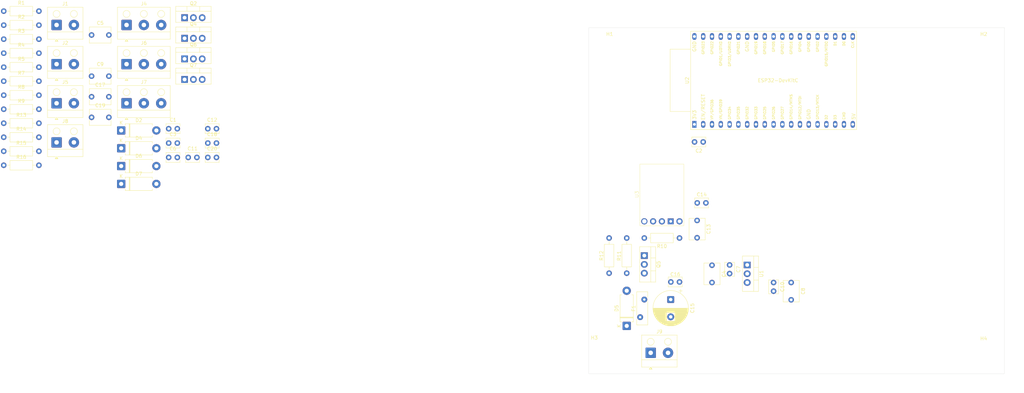
<source format=kicad_pcb>
(kicad_pcb (version 20241229) (generator "pcbnew") (generator_version "9.0")
  (layers (0 "F.Cu" signal) (2 "B.Cu" mixed) (13 "F.Paste" user) (15 "B.Paste" user) (5 "F.SilkS" user "F.Silkscreen") (7 "B.SilkS" user "B.Silkscreen") (1 "F.Mask" user) (3 "B.Mask" user) (25 "Edge.Cuts" user))
  (net 0 "")
  (net 1 "GND")
  (net 2 "+3.3V")
  (net 3 "+12V")
  (net 4 "Net-(D5-A2)")
  (net 5 "Net-(D2-A)")
  (net 6 "Net-(D4-A)")
  (net 7 "/DATA_DS18B20")
  (net 8 "/DATA_PH")
  (net 9 "/DATA_ORP")
  (net 10 "Net-(Q2-G)")
  (net 11 "Net-(Q4-G)")
  (net 12 "Net-(Q5-G)")
  (net 13 "/POMPE_1")
  (net 14 "/POMPE_2")
  (net 15 "Net-(U3-SHDN)")
  (net 18 "Net-(J6-Pin_3)")
  (net 25 "Net-(J7-Pin_3)")
  (net 44 "+5V")
  (net 45 "Net-(D6-A)")
  (net 46 "Net-(D7-A)")
  (net 47 "Net-(Q6-G)")
  (net 48 "Net-(Q7-G)")
  (net 49 "/FILTRATION_A2")
  (net 50 "/ECLAIRAGE_A2")
  (footprint "Resistor_THT:R_Axial_DIN0207_L6.3mm_D2.5mm_P10.16mm_Horizontal" (layer "F.Cu") (at -118.92 45.21)
    (property "Reference" "R1" (at 5.08 -2.37 0) (layer "F.SilkS"))
    (property "Value" "100Ω")
    (pad "1" thru_hole circle (at 0 0) (size 1.6 1.6) (drill 0.8) (layers "*.Cu" "*.Mask") (net 18 "Net-(J6-Pin_3)"))
    (pad "2" thru_hole circle (at 10.16 0) (size 1.6 1.6) (drill 0.8) (layers "*.Cu" "*.Mask") (net 8 "/DATA_PH"))
  )
  (footprint "Diode_THT:D_DO-15_P10.16mm_Horizontal" (layer "F.Cu") (at -85.01 84.85)
    (property "Reference" "D4" (at 5.08 -2.92 0) (layer "F.SilkS"))
    (property "Value" "1N5819")
    (fp_text user "K" (at 0 -2.2 0) (layer "F.SilkS"))
    (pad "1" thru_hole roundrect (at 0 0) (size 2.4 2.4) (drill 1.2) (layers "*.Cu" "*.Mask") (roundrect_rratio 0.104167) (net 3 "+12V"))
    (pad "2" thru_hole circle (at 10.16 0) (size 2.4 2.4) (drill 1.2) (layers "*.Cu" "*.Mask") (net 6 "Net-(D4-A)"))
  )
  (footprint "Resistor_THT:R_Axial_DIN0207_L6.3mm_D2.5mm_P10.16mm_Horizontal" (layer "F.Cu") (at -118.92 53.31)
    (property "Reference" "R3" (at 5.08 -2.37 0) (layer "F.SilkS"))
    (property "Value" "10kΩ")
    (pad "1" thru_hole circle (at 0 0) (size 1.6 1.6) (drill 0.8) (layers "*.Cu" "*.Mask") (net 9 "/DATA_ORP"))
    (pad "2" thru_hole circle (at 10.16 0) (size 1.6 1.6) (drill 0.8) (layers "*.Cu" "*.Mask") (net 1 "GND"))
  )
  (footprint "Resistor_THT:R_Axial_DIN0207_L6.3mm_D2.5mm_P10.16mm_Horizontal" (layer "F.Cu") (at -118.92 77.61)
    (property "Reference" "R13" (at 5.08 -2.37 0) (layer "F.SilkS"))
    (property "Value" "100Ω")
    (pad "1" thru_hole circle (at 0 0) (size 1.6 1.6) (drill 0.8) (layers "*.Cu" "*.Mask") (net 47 "Net-(Q6-G)"))
    (pad "2" thru_hole circle (at 10.16 0) (size 1.6 1.6) (drill 0.8) (layers "*.Cu" "*.Mask") (net 49 "/FILTRATION_A2"))
  )
  (footprint "TerminalBlock_Altech:Altech_AK100_1x03_P5.00mm" (layer "F.Cu") (at -83.46 49.21)
    (property "Reference" "J4" (at 5 -6.12 0) (layer "F.SilkS"))
    (property "Value" "Sonde température DS18B20")
    (pad "1" thru_hole roundrect (at 0 0) (size 3 3) (drill 1.3) (layers "*.Cu" "*.Mask") (roundrect_rratio 0.083333) (net 1 "GND"))
    (pad "2" thru_hole circle (at 5 0) (size 3 3) (drill 1.3) (layers "*.Cu" "*.Mask") (net 2 "+3.3V"))
    (pad "3" thru_hole circle (at 10 0) (size 3 3) (drill 1.3) (layers "*.Cu" "*.Mask") (net 7 "/DATA_DS18B20"))
  )
  (footprint "MountingHole:MountingHole_3.2mm_M3" (layer "F.Cu") (at 56 56)
    (property "Reference" "H1" (at 0 -4.15 0) (layer "F.SilkS"))
    (property "Value" "MountingHole")
    (pad "" np_thru_hole circle (at 0 0) (size 3.2 3.2) (drill 3.2) (layers "*.Cu" "*.Mask"))
  )
  (footprint "Capacitor_THT:C_Disc_D3.8mm_W2.6mm_P2.50mm" (layer "F.Cu") (at -60 83.35)
    (property "Reference" "C18" (at 1.25 -2.55 0) (layer "F.SilkS"))
    (property "Value" "100nF")
    (pad "1" thru_hole circle (at 0 0) (size 1.6 1.6) (drill 0.8) (layers "*.Cu" "*.Mask") (net 3 "+12V"))
    (pad "2" thru_hole circle (at 2.5 0) (size 1.6 1.6) (drill 0.8) (layers "*.Cu" "*.Mask") (net 1 "GND"))
  )
  (footprint "Capacitor_THT:C_Disc_D3.8mm_W2.6mm_P2.50mm" (layer "F.Cu") (at -65.65 87.5)
    (property "Reference" "C11" (at 1.25 -2.55 0) (layer "F.SilkS"))
    (property "Value" "100nF")
    (pad "1" thru_hole circle (at 0 0) (size 1.6 1.6) (drill 0.8) (layers "*.Cu" "*.Mask") (net 3 "+12V"))
    (pad "2" thru_hole circle (at 2.5 0) (size 1.6 1.6) (drill 0.8) (layers "*.Cu" "*.Mask") (net 1 "GND"))
  )
  (footprint "TerminalBlock_Altech:Altech_AK100_1x02_P5.00mm" (layer "F.Cu") (at -103.66 49.21)
    (property "Reference" "J1" (at 2.5 -6.12 0) (layer "F.SilkS"))
    (property "Value" "Pompe Péristaltique")
    (pad "1" thru_hole roundrect (at 0 0) (size 3 3) (drill 1.3) (layers "*.Cu" "*.Mask") (roundrect_rratio 0.083333) (net 3 "+12V"))
    (pad "2" thru_hole circle (at 5 0) (size 3 3) (drill 1.3) (layers "*.Cu" "*.Mask") (net 5 "Net-(D2-A)"))
  )
  (footprint "Resistor_THT:R_Axial_DIN0207_L6.3mm_D2.5mm_P10.16mm_Horizontal" (layer "F.Cu") (at -118.92 81.66)
    (property "Reference" "R14" (at 5.08 -2.37 0) (layer "F.SilkS"))
    (property "Value" "10KΩ")
    (pad "1" thru_hole circle (at 0 0) (size 1.6 1.6) (drill 0.8) (layers "*.Cu" "*.Mask") (net 47 "Net-(Q6-G)"))
    (pad "2" thru_hole circle (at 10.16 0) (size 1.6 1.6) (drill 0.8) (layers "*.Cu" "*.Mask") (net 1 "GND"))
  )
  (footprint "Capacitor_THT:C_Disc_D3.8mm_W2.6mm_P2.50mm" (layer "F.Cu") (at 83.02 83.02 180)
    (property "Reference" "C2" (at 1.25 -2.55 0) (layer "F.SilkS"))
    (property "Value" "100nF")
    (pad "1" thru_hole circle (at 0 0 180) (size 1.6 1.6) (drill 0.8) (layers "*.Cu" "*.Mask") (net 1 "GND"))
    (pad "2" thru_hole circle (at 2.5 0 180) (size 1.6 1.6) (drill 0.8) (layers "*.Cu" "*.Mask") (net 2 "+3.3V"))
  )
  (footprint "Espressif:ESP32-DevKitC" (layer "F.Cu") (at 80.48 77.94 90)
    (property "Reference" "U2" (at 12.7 -2.1 90) (layer "F.SilkS"))
    (property "Value" "ESP32-DevKitC" (at 12.7 24.13 0) (layer "F.SilkS"))
    (fp_text user "D1" (at 24.13 40.64 90) (layer "F.SilkS") (effects (font (size 0.7 0.7)) (justify right)))
    (fp_text user "GND" (at 1.27 33.02 90) (layer "F.SilkS") (effects (justify left)))
    (fp_text user "D0" (at 24.13 43.18 90) (layer "F.SilkS") (effects (font (size 0.7 0.7)) (justify right)))
    (fp_text user "GPIO35" (at 1.27 12.7 90) (layer "F.SilkS") (effects (font (size 0.7 0.7)) (justify left)))
    (fp_text user "3V3" (at 1.27 0 90) (layer "F.SilkS") (effects (justify left)))
    (fp_text user "5V" (at 1.26632 45.97128 90) (layer "F.SilkS") (effects (justify left)))
    (fp_text user "EN/RESET" (at 8.88632 2.53728 90) (layer "F.SilkS") (effects (justify right)))
    (fp_text user "GPIO27" (at 1.27 25.4 90) (layer "F.SilkS") (effects (font (size 0.7 0.7)) (justify left)))
    (fp_text user "D3" (at 1.27 40.64 90) (layer "F.SilkS") (effects (font (size 0.7 0.7)) (justify left)))
    (fp_text user "GPIO13/MTCK" (at 1.27 35.56 90) (layer "F.SilkS") (effects (font (size 0.7 0.7)) (justify left)))
    (fp_text user "GPIO26" (at 1.27 22.86 90) (layer "F.SilkS") (effects (font (size 0.7 0.7)) (justify left)))
    (fp_text user "GPIO21" (at 24.13 12.7 90) (layer "F.SilkS") (effects (font (size 0.7 0.7)) (justify right)))
    (fp_text user "GPIO34" (at 1.27 10.16 90) (layer "F.SilkS") (effects (font (size 0.7 0.7)) (justify left)))
    (fp_text user "GPIO3/U0RXD" (at 24.13 10.16 90) (layer "F.SilkS") (effects (font (size 0.7 0.7)) (justify right)))
    (fp_text user "GPIO15/MTDO" (at 24.13 38.1 90) (layer "F.SilkS") (effects (font (size 0.7 0.7)) (justify right)))
    (fp_text user "GPIO19" (at 24.13 17.78 90) (layer "F.SilkS") (effects (font (size 0.7 0.7)) (justify right)))
    (fp_text user "VN/GPIO39" (at 1.27 7.62 90) (layer "F.SilkS") (effects (font (size 0.7 0.7)) (justify left)))
    (fp_text user "GPIO2" (at 24.13 35.56 90) (layer "F.SilkS") (effects (font (size 0.7 0.7)) (justify right)))
    (fp_text user "GPIO5" (at 24.13 22.86 90) (layer "F.SilkS") (effects (font (size 0.7 0.7)) (justify right)))
    (fp_text user "CMD" (at 1.27 43.18 90) (layer "F.SilkS") (effects (font (size 0.7 0.7)) (justify left)))
    (fp_text user "GPIO23" (at 24.13 2.54 90) (layer "F.SilkS") (effects (font (size 0.7 0.7)) (justify right)))
    (fp_text user "GPIO25" (at 1.27 20.32 90) (layer "F.SilkS") (effects (font (size 0.7 0.7)) (justify left)))
    (fp_text user "VP/GPIO36" (at 1.27 5.08 90) (layer "F.SilkS") (effects (font (size 0.7 0.7)) (justify left)))
    (fp_text user "GPIO22" (at 24.13 5.08 90) (layer "F.SilkS") (effects (font (size 0.7 0.7)) (justify right)))
    (fp_text user "CLK" (at 24.13 45.72 90) (layer "F.SilkS") (effects (font (size 0.7 0.7)) (justify right)))
    (fp_text user "GPIO32" (at 1.27 15.24 90) (layer "F.SilkS") (effects (font (size 0.7 0.7)) (justify left)))
    (fp_text user "GPIO33" (at 1.27 17.78 90) (layer "F.SilkS") (effects (font (size 0.7 0.7)) (justify left)))
    (fp_text user "GPIO16" (at 24.13 27.94 90) (layer "F.SilkS") (effects (font (size 0.7 0.7)) (justify right)))
    (fp_text user "GPIO0" (at 24.13 33.02 90) (layer "F.SilkS") (effects (font (size 0.7 0.7)) (justify right)))
    (fp_text user "GND" (at 24.13 15.24 90) (layer "F.SilkS") (effects (justify right)))
    (fp_text user "D2" (at 1.27 38.1 90) (layer "F.SilkS") (effects (font (size 0.7 0.7)) (justify left)))
    (fp_text user "GPIO17" (at 24.13 25.4 90) (layer "F.SilkS") (effects (font (size 0.7 0.7)) (justify right)))
    (fp_text user "GPIO4" (at 24.13 30.48 90) (layer "F.SilkS") (effects (font (size 0.7 0.7)) (justify right)))
    (fp_text user "GND" (at 24.13 0 90) (layer "F.SilkS") (effects (justify right)))
    (fp_text user "GPIO1/U0TXD" (at 24.13 7.62 90) (layer "F.SilkS") (effects (font (size 0.7 0.7)) (justify right)))
    (fp_text user "GPIO12/MTDI" (at 1.27 30.48 90) (layer "F.SilkS") (effects (font (size 0.7 0.7)) (justify left)))
    (fp_text user "GPIO18" (at 24.13 20.32 90) (layer "F.SilkS") (effects (font (size 0.7 0.7)) (justify right)))
    (fp_text user "GPIO14/MTMS" (at 1.27 27.94 90) (layer "F.SilkS") (effects (font (size 0.7 0.7)) (justify left)))
    (pad "1" thru_hole rect (at 0 0) (size 1.2 2) (drill 0.8) (layers "*.Cu" "*.Mask") (net 2 "+3.3V"))
    (pad "2" thru_hole oval (at 0 2.54) (size 1.2 2) (drill 0.8) (layers "*.Cu" "*.Mask"))
    (pad "3" thru_hole oval (at 0 5.08) (size 1.2 2) (drill 0.8) (layers "*.Cu" "*.Mask"))
    (pad "4" thru_hole oval (at 0 7.62) (size 1.2 2) (drill 0.8) (layers "*.Cu" "*.Mask"))
    (pad "5" thru_hole oval (at 0 10.16) (size 1.2 2) (drill 0.8) (layers "*.Cu" "*.Mask") (net 7 "/DATA_DS18B20"))
    (pad "6" thru_hole oval (at 0 12.7) (size 1.2 2) (drill 0.8) (layers "*.Cu" "*.Mask"))
    (pad "7" thru_hole oval (at 0 15.24) (size 1.2 2) (drill 0.8) (layers "*.Cu" "*.Mask") (net 8 "/DATA_PH"))
    (pad "8" thru_hole oval (at 0 17.78) (size 1.2 2) (drill 0.8) (layers "*.Cu" "*.Mask") (net 9 "/DATA_ORP"))
    (pad "9" thru_hole oval (at 0 20.32) (size 1.2 2) (drill 0.8) (layers "*.Cu" "*.Mask"))
    (pad "10" thru_hole oval (at 0 22.86) (size 1.2 2) (drill 0.8) (layers "*.Cu" "*.Mask"))
    (pad "11" thru_hole oval (at 0 25.4) (size 1.2 2) (drill 0.8) (layers "*.Cu" "*.Mask"))
    (pad "12" thru_hole oval (at 0 27.94) (size 1.2 2) (drill 0.8) (layers "*.Cu" "*.Mask") (net 14 "/POMPE_2"))
    (pad "13" thru_hole oval (at 0 30.48) (size 1.2 2) (drill 0.8) (layers "*.Cu" "*.Mask"))
    (pad "14" thru_hole oval (at 0 33.02) (size 1.2 2) (drill 0.8) (layers "*.Cu" "*.Mask") (net 1 "GND"))
    (pad "15" thru_hole oval (at 0 35.56) (size 1.2 2) (drill 0.8) (layers "*.Cu" "*.Mask") (net 13 "/POMPE_1"))
    (pad "16" thru_hole oval (at 0 38.1) (size 1.2 2) (drill 0.8) (layers "*.Cu" "*.Mask"))
    (pad "17" thru_hole oval (at 0 40.64) (size 1.2 2) (drill 0.8) (layers "*.Cu" "*.Mask"))
    (pad "18" thru_hole oval (at 0 43.18) (size 1.2 2) (drill 0.8) (layers "*.Cu" "*.Mask"))
    (pad "19" thru_hole oval (at 0 45.72) (size 1.2 2) (drill 0.8) (layers "*.Cu" "*.Mask"))
    (pad "20" thru_hole oval (at 25.39632 45.71728) (size 1.2 2) (drill 0.8) (layers "*.Cu" "*.Mask"))
    (pad "21" thru_hole oval (at 25.39632 43.17728) (size 1.2 2) (drill 0.8) (layers "*.Cu" "*.Mask"))
    (pad "22" thru_hole oval (at 25.4 40.64) (size 1.2 2) (drill 0.8) (layers "*.Cu" "*.Mask"))
    (pad "23" thru_hole oval (at 25.4 38.1) (size 1.2 2) (drill 0.8) (layers "*.Cu" "*.Mask"))
    (pad "24" thru_hole oval (at 25.4 35.56) (size 1.2 2) (drill 0.8) (layers "*.Cu" "*.Mask"))
    (pad "25" thru_hole oval (at 25.4 33.02) (size 1.2 2) (drill 0.8) (layers "*.Cu" "*.Mask"))
    (pad "26" thru_hole oval (at 25.4 30.48) (size 1.2 2) (drill 0.8) (layers "*.Cu" "*.Mask"))
    (pad "27" thru_hole oval (at 25.4 27.94) (size 1.2 2) (drill 0.8) (layers "*.Cu" "*.Mask"))
    (pad "28" thru_hole oval (at 25.4 25.4) (size 1.2 2) (drill 0.8) (layers "*.Cu" "*.Mask"))
    (pad "29" thru_hole oval (at 25.4 22.86) (size 1.2 2) (drill 0.8) (layers "*.Cu" "*.Mask"))
    (pad "30" thru_hole oval (at 25.4 20.32) (size 1.2 2) (drill 0.8) (layers "*.Cu" "*.Mask") (net 49 "/FILTRATION_A2"))
    (pad "31" thru_hole oval (at 25.4 17.78) (size 1.2 2) (drill 0.8) (layers "*.Cu" "*.Mask") (net 50 "/ECLAIRAGE_A2"))
    (pad "32" thru_hole oval (at 25.4 15.24) (size 1.2 2) (drill 0.8) (layers "*.Cu" "*.Mask") (net 1 "GND"))
    (pad "33" thru_hole oval (at 25.4 12.7) (size 1.2 2) (drill 0.8) (layers "*.Cu" "*.Mask"))
    (pad "34" thru_hole oval (at 25.4 10.16) (size 1.2 2) (drill 0.8) (layers "*.Cu" "*.Mask"))
    (pad "35" thru_hole oval (at 25.4 7.62) (size 1.2 2) (drill 0.8) (layers "*.Cu" "*.Mask"))
    (pad "36" thru_hole oval (at 25.4 5.08) (size 1.2 2) (drill 0.8) (layers "*.Cu" "*.Mask"))
    (pad "37" thru_hole oval (at 25.4 2.54) (size 1.2 2) (drill 0.8) (layers "*.Cu" "*.Mask"))
    (pad "38" thru_hole oval (at 25.4 0) (size 1.2 2) (drill 0.8) (layers "*.Cu" "*.Mask") (net 1 "GND"))
  )
  (footprint "Capacitor_THT:C_Disc_D3.8mm_W2.6mm_P2.50mm" (layer "F.Cu") (at 81.3 100.6385)
    (property "Reference" "C14" (at 1.3 -2.4 0) (layer "F.SilkS"))
    (property "Value" "100nF")
    (pad "1" thru_hole circle (at 0 0) (size 1.6 1.6) (drill 0.8) (layers "*.Cu" "*.Mask") (net 2 "+3.3V"))
    (pad "2" thru_hole circle (at 2.5 0) (size 1.6 1.6) (drill 0.8) (layers "*.Cu" "*.Mask") (net 1 "GND"))
  )
  (footprint "Capacitor_THT:C_Disc_D3.8mm_W2.6mm_P2.50mm" (layer "F.Cu") (at -60 87.5)
    (property "Reference" "C20" (at 1.25 -2.55 0) (layer "F.SilkS"))
    (property "Value" "100nF")
    (pad "1" thru_hole circle (at 0 0) (size 1.6 1.6) (drill 0.8) (layers "*.Cu" "*.Mask") (net 3 "+12V"))
    (pad "2" thru_hole circle (at 2.5 0) (size 1.6 1.6) (drill 0.8) (layers "*.Cu" "*.Mask") (net 1 "GND"))
  )
  (footprint "Capacitor_THT:C_Disc_D6.0mm_W4.4mm_P5.00mm" (layer "F.Cu") (at -93.56 69.96)
    (property "Reference" "C17" (at 2.5 -3.45 0) (layer "F.SilkS"))
    (property "Value" "10 µF")
    (pad "1" thru_hole circle (at 0 0) (size 1.6 1.6) (drill 0.8) (layers "*.Cu" "*.Mask") (net 3 "+12V"))
    (pad "2" thru_hole circle (at 5 0) (size 1.6 1.6) (drill 0.8) (layers "*.Cu" "*.Mask") (net 1 "GND"))
  )
  (footprint "Resistor_THT:R_Axial_DIN0207_L6.3mm_D2.5mm_P10.16mm_Horizontal" (layer "F.Cu") (at -118.92 73.56)
    (property "Reference" "R9" (at 5.08 -2.37 0) (layer "F.SilkS"))
    (property "Value" "4.7KΩ")
    (pad "1" thru_hole circle (at 0 0) (size 1.6 1.6) (drill 0.8) (layers "*.Cu" "*.Mask") (net 2 "+3.3V"))
    (pad "2" thru_hole circle (at 10.16 0) (size 1.6 1.6) (drill 0.8) (layers "*.Cu" "*.Mask") (net 7 "/DATA_DS18B20"))
  )
  (footprint "TerminalBlock_Altech:Altech_AK100_1x03_P5.00mm" (layer "F.Cu") (at -83.46 60.525)
    (property "Reference" "J6" (at 5 -6.12 0) (layer "F.SilkS"))
    (property "Value" "Conn_01x03")
    (pad "1" thru_hole roundrect (at 0 0) (size 3 3) (drill 1.3) (layers "*.Cu" "*.Mask") (roundrect_rratio 0.083333) (net 2 "+3.3V"))
    (pad "2" thru_hole circle (at 5 0) (size 3 3) (drill 1.3) (layers "*.Cu" "*.Mask") (net 1 "GND"))
    (pad "3" thru_hole circle (at 10 0) (size 3 3) (drill 1.3) (layers "*.Cu" "*.Mask") (net 18 "Net-(J6-Pin_3)"))
  )
  (footprint "Package_TO_SOT_THT:TO-220-3_Vertical" (layer "F.Cu") (at 95.72 118.58 -90)
    (property "Reference" "U1" (at 2.54 -4.1 90) (layer "F.SilkS"))
    (property "Value" "LM7805_TO220")
    (pad "1" thru_hole rect (at 0 0 270) (size 1.905 2) (drill 1.1) (layers "*.Cu" "*.Mask") (net 3 "+12V"))
    (pad "2" thru_hole oval (at 2.54 0 270) (size 1.905 2) (drill 1.1) (layers "*.Cu" "*.Mask") (net 1 "GND"))
    (pad "3" thru_hole oval (at 5.08 0 270) (size 1.905 2) (drill 1.1) (layers "*.Cu" "*.Mask") (net 44 "+5V"))
  )
  (footprint "Fuse:Fuse_Bourns_MF-RHT200" (layer "F.Cu") (at 64.82 133.6785 90)
    (property "Reference" "F1" (at 2.55 -1.9 90) (layer "F.SilkS"))
    (property "Value" "FX200-16")
    (pad "1" thru_hole circle (at 0 0 90) (size 1.71 1.71) (drill 0.71) (layers "*.Cu" "*.Mask") (net 3 "+12V"))
    (pad "2" thru_hole circle (at 5.1 1.2 90) (size 1.71 1.71) (drill 0.71) (layers "*.Cu" "*.Mask") (net 4 "Net-(D5-A2)"))
  )
  (footprint "Resistor_THT:R_Axial_DIN0207_L6.3mm_D2.5mm_P10.16mm_Horizontal" (layer "F.Cu") (at -118.92 69.51)
    (property "Reference" "R8" (at 5.08 -2.37 0) (layer "F.SilkS"))
    (property "Value" "10KΩ")
    (pad "1" thru_hole circle (at 0 0) (size 1.6 1.6) (drill 0.8) (layers "*.Cu" "*.Mask") (net 11 "Net-(Q4-G)"))
    (pad "2" thru_hole circle (at 10.16 0) (size 1.6 1.6) (drill 0.8) (layers "*.Cu" "*.Mask") (net 1 "GND"))
  )
  (footprint "Resistor_THT:R_Axial_DIN0207_L6.3mm_D2.5mm_P10.16mm_Horizontal" (layer "F.Cu") (at 76.18 110.7985 180)
    (property "Reference" "R10" (at 5.08 -2.37 0) (layer "F.SilkS"))
    (property "Value" "10KΩ")
    (pad "1" thru_hole circle (at 0 0 180) (size 1.6 1.6) (drill 0.8) (layers "*.Cu" "*.Mask") (net 3 "+12V"))
    (pad "2" thru_hole circle (at 10.16 0 180) (size 1.6 1.6) (drill 0.8) (layers "*.Cu" "*.Mask") (net 15 "Net-(U3-SHDN)"))
  )
  (footprint "Resistor_THT:R_Axial_DIN0207_L6.3mm_D2.5mm_P10.16mm_Horizontal" (layer "F.Cu") (at -118.92 57.36)
    (property "Reference" "R4" (at 5.08 -2.37 0) (layer "F.SilkS"))
    (property "Value" "100Ω")
    (pad "1" thru_hole circle (at 0 0) (size 1.6 1.6) (drill 0.8) (layers "*.Cu" "*.Mask") (net 10 "Net-(Q2-G)"))
    (pad "2" thru_hole circle (at 10.16 0) (size 1.6 1.6) (drill 0.8) (layers "*.Cu" "*.Mask") (net 13 "/POMPE_1"))
  )
  (footprint "Capacitor_THT:C_Disc_D3.8mm_W2.6mm_P2.50mm" (layer "F.Cu") (at 90.64 118.58 -90)
    (property "Reference" "C7" (at 1.25 -2.55 90) (layer "F.SilkS"))
    (property "Value" "100nF")
    (pad "1" thru_hole circle (at 0 0 270) (size 1.6 1.6) (drill 0.8) (layers "*.Cu" "*.Mask") (net 3 "+12V"))
    (pad "2" thru_hole circle (at 2.5 0 270) (size 1.6 1.6) (drill 0.8) (layers "*.Cu" "*.Mask") (net 1 "GND"))
  )
  (footprint "Capacitor_THT:C_Disc_D3.8mm_W2.6mm_P2.50mm" (layer "F.Cu") (at -71.3 87.5)
    (property "Reference" "C6" (at 1.25 -2.55 0) (layer "F.SilkS"))
    (property "Value" "100nF")
    (pad "1" thru_hole circle (at 0 0) (size 1.6 1.6) (drill 0.8) (layers "*.Cu" "*.Mask") (net 3 "+12V"))
    (pad "2" thru_hole circle (at 2.5 0) (size 1.6 1.6) (drill 0.8) (layers "*.Cu" "*.Mask") (net 1 "GND"))
  )
  (footprint "Package_TO_SOT_THT:TO-220-3_Vertical" (layer "F.Cu") (at -66.7 64.96)
    (property "Reference" "Q7" (at 2.54 -4.1 0) (layer "F.SilkS"))
    (property "Value" "IRLZ44N")
    (pad "1" thru_hole rect (at 0 0) (size 1.905 2) (drill 1.1) (layers "*.Cu" "*.Mask") (net 48 "Net-(Q7-G)"))
    (pad "2" thru_hole oval (at 2.54 0) (size 1.905 2) (drill 1.1) (layers "*.Cu" "*.Mask") (net 46 "Net-(D7-A)"))
    (pad "3" thru_hole oval (at 5.08 0) (size 1.905 2) (drill 1.1) (layers "*.Cu" "*.Mask") (net 1 "GND"))
  )
  (footprint "Capacitor_THT:CP_Radial_D10.0mm_P5.00mm" (layer "F.Cu") (at 73.64 128.5785 -90)
    (property "Reference" "C15" (at 2.5 -6.25 90) (layer "F.SilkS"))
    (property "Value" "470µF")
    (pad "1" thru_hole roundrect (at 0 0 270) (size 2 2) (drill 1) (layers "*.Cu" "*.Mask") (roundrect_rratio 0.125) (net 4 "Net-(D5-A2)"))
    (pad "2" thru_hole circle (at 5 0 270) (size 2 2) (drill 1) (layers "*.Cu" "*.Mask") (net 1 "GND"))
  )
  (footprint "Diode_THT:D_DO-15_P10.16mm_Horizontal" (layer "F.Cu") (at -85.01 90)
    (property "Reference" "D6" (at 5.08 -2.92 0) (layer "F.SilkS"))
    (property "Value" "1N5819")
    (fp_text user "K" (at 0 -2.2 0) (layer "F.SilkS"))
    (pad "1" thru_hole roundrect (at 0 0) (size 2.4 2.4) (drill 1.2) (layers "*.Cu" "*.Mask") (roundrect_rratio 0.104167) (net 3 "+12V"))
    (pad "2" thru_hole circle (at 10.16 0) (size 2.4 2.4) (drill 1.2) (layers "*.Cu" "*.Mask") (net 45 "Net-(D6-A)"))
  )
  (footprint "Package_TO_SOT_THT:TO-220-3_Vertical" (layer "F.Cu") (at -66.7 59.01)
    (property "Reference" "Q6" (at 2.54 -4.1 0) (layer "F.SilkS"))
    (property "Value" "IRLZ44N")
    (pad "1" thru_hole rect (at 0 0) (size 1.905 2) (drill 1.1) (layers "*.Cu" "*.Mask") (net 47 "Net-(Q6-G)"))
    (pad "2" thru_hole oval (at 2.54 0) (size 1.905 2) (drill 1.1) (layers "*.Cu" "*.Mask") (net 45 "Net-(D6-A)"))
    (pad "3" thru_hole oval (at 5.08 0) (size 1.905 2) (drill 1.1) (layers "*.Cu" "*.Mask") (net 1 "GND"))
  )
  (footprint "MountingHole:MountingHole_3.2mm_M3" (layer "F.Cu") (at 164 56)
    (property "Reference" "H2" (at 0 -4.15 0) (layer "F.SilkS"))
    (property "Value" "MountingHole")
    (pad "" np_thru_hole circle (at 0 0) (size 3.2 3.2) (drill 3.2) (layers "*.Cu" "*.Mask"))
  )
  (footprint "Capacitor_THT:C_Disc_D3.8mm_W2.6mm_P2.50mm" (layer "F.Cu") (at -60 79.2)
    (property "Reference" "C12" (at 1.25 -2.55 0) (layer "F.SilkS"))
    (property "Value" "100nF")
    (pad "1" thru_hole circle (at 0 0) (size 1.6 1.6) (drill 0.8) (layers "*.Cu" "*.Mask") (net 1 "GND"))
    (pad "2" thru_hole circle (at 2.5 0) (size 1.6 1.6) (drill 0.8) (layers "*.Cu" "*.Mask") (net 2 "+3.3V"))
  )
  (footprint "TerminalBlock_Altech:Altech_AK100_1x02_P5.00mm" (layer "F.Cu") (at -103.66 71.84)
    (property "Reference" "J5" (at 2.5 -6.12 0) (layer "F.SilkS"))
    (property "Value" "Contacteur Puissance Filtration")
    (pad "1" thru_hole roundrect (at 0 0) (size 3 3) (drill 1.3) (layers "*.Cu" "*.Mask") (roundrect_rratio 0.083333) (net 3 "+12V"))
    (pad "2" thru_hole circle (at 5 0) (size 3 3) (drill 1.3) (layers "*.Cu" "*.Mask") (net 45 "Net-(D6-A)"))
  )
  (footprint "Capacitor_THT:C_Disc_D6.0mm_W4.4mm_P5.00mm" (layer "F.Cu") (at 108.42 123.66 -90)
    (property "Reference" "C8" (at 2.5 -3.45 90) (layer "F.SilkS"))
    (property "Value" "10 µF")
    (pad "1" thru_hole circle (at 0 0 270) (size 1.6 1.6) (drill 0.8) (layers "*.Cu" "*.Mask") (net 44 "+5V"))
    (pad "2" thru_hole circle (at 5 0 270) (size 1.6 1.6) (drill 0.8) (layers "*.Cu" "*.Mask") (net 1 "GND"))
  )
  (footprint "Capacitor_THT:C_Disc_D3.8mm_W2.6mm_P2.50mm" (layer "F.Cu") (at -71.3 79.2)
    (property "Reference" "C1" (at 1.25 -2.55 0) (layer "F.SilkS"))
    (property "Value" "100nF")
    (pad "1" thru_hole circle (at 0 0) (size 1.6 1.6) (drill 0.8) (layers "*.Cu" "*.Mask") (net 18 "Net-(J6-Pin_3)"))
    (pad "2" thru_hole circle (at 2.5 0) (size 1.6 1.6) (drill 0.8) (layers "*.Cu" "*.Mask") (net 1 "GND"))
  )
  (footprint "Capacitor_THT:C_Disc_D3.8mm_W2.6mm_P2.50mm" (layer "F.Cu") (at 73.68 123.4985)
    (property "Reference" "C16" (at 1.3 -2.2 0) (layer "F.SilkS"))
    (property "Value" "100nF")
    (pad "1" thru_hole circle (at 0 0) (size 1.6 1.6) (drill 0.8) (layers "*.Cu" "*.Mask") (net 4 "Net-(D5-A2)"))
    (pad "2" thru_hole circle (at 2.5 0) (size 1.6 1.6) (drill 0.8) (layers "*.Cu" "*.Mask") (net 1 "GND"))
  )
  (footprint "Diode_THT:D_DO-15_P10.16mm_Horizontal" (layer "F.Cu") (at 60.94 136.1985 90)
    (property "Reference" "D5" (at 5.08 -2.92 90) (layer "F.SilkS"))
    (property "Value" "P6KE13A")
    (fp_text user "K" (at 0 -2.2 90) (layer "F.SilkS"))
    (pad "1" thru_hole roundrect (at 0 0 90) (size 2.4 2.4) (drill 1.2) (layers "*.Cu" "*.Mask") (roundrect_rratio 0.104167) (net 1 "GND"))
    (pad "2" thru_hole circle (at 10.16 0 90) (size 2.4 2.4) (drill 1.2) (layers "*.Cu" "*.Mask") (net 4 "Net-(D5-A2)"))
  )
  (footprint "Resistor_THT:R_Axial_DIN0207_L6.3mm_D2.5mm_P10.16mm_Horizontal" (layer "F.Cu") (at 60.94 120.9585 90)
    (property "Reference" "R11" (at 5 -2.2 90) (layer "F.SilkS"))
    (property "Value" "10Ω")
    (pad "1" thru_hole circle (at 0 0 90) (size 1.6 1.6) (drill 0.8) (layers "*.Cu" "*.Mask") (net 4 "Net-(D5-A2)"))
    (pad "2" thru_hole circle (at 10.16 0 90) (size 1.6 1.6) (drill 0.8) (layers "*.Cu" "*.Mask") (net 12 "Net-(Q5-G)"))
  )
  (footprint "Capacitor_THT:C_Disc_D6.0mm_W4.4mm_P5.00mm" (layer "F.Cu") (at -93.56 52.11)
    (property "Reference" "C5" (at 2.5 -3.45 0) (layer "F.SilkS"))
    (property "Value" "10 µF")
    (pad "1" thru_hole circle (at 0 0) (size 1.6 1.6) (drill 0.8) (layers "*.Cu" "*.Mask") (net 3 "+12V"))
    (pad "2" thru_hole circle (at 5 0) (size 1.6 1.6) (drill 0.8) (layers "*.Cu" "*.Mask") (net 1 "GND"))
  )
  (footprint "Resistor_THT:R_Axial_DIN0207_L6.3mm_D2.5mm_P10.16mm_Horizontal" (layer "F.Cu") (at -118.92 89.76)
    (property "Reference" "R16" (at 5.08 -2.37 0) (layer "F.SilkS"))
    (property "Value" "10KΩ")
    (pad "1" thru_hole circle (at 0 0) (size 1.6 1.6) (drill 0.8) (layers "*.Cu" "*.Mask") (net 48 "Net-(Q7-G)"))
    (pad "2" thru_hole circle (at 10.16 0) (size 1.6 1.6) (drill 0.8) (layers "*.Cu" "*.Mask") (net 1 "GND"))
  )
  (footprint "Package_TO_SOT_THT:TO-220-3_Vertical" (layer "F.Cu") (at -66.7 53.06)
    (property "Reference" "Q4" (at 2.54 -4.1 0) (layer "F.SilkS"))
    (property "Value" "IRLZ44N")
    (pad "1" thru_hole rect (at 0 0) (size 1.905 2) (drill 1.1) (layers "*.Cu" "*.Mask") (net 11 "Net-(Q4-G)"))
    (pad "2" thru_hole oval (at 2.54 0) (size 1.905 2) (drill 1.1) (layers "*.Cu" "*.Mask") (net 6 "Net-(D4-A)"))
    (pad "3" thru_hole oval (at 5.08 0) (size 1.905 2) (drill 1.1) (layers "*.Cu" "*.Mask") (net 1 "GND"))
  )
  (footprint "Resistor_THT:R_Axial_DIN0207_L6.3mm_D2.5mm_P10.16mm_Horizontal" (layer "F.Cu") (at 55.86 110.7985 -90)
    (property "Reference" "R12" (at 5.1 2.2 90) (layer "F.SilkS"))
    (property "Value" "10KΩ")
    (pad "1" thru_hole circle (at 0 0 270) (size 1.6 1.6) (drill 0.8) (layers "*.Cu" "*.Mask") (net 12 "Net-(Q5-G)"))
    (pad "2" thru_hole circle (at 10.16 0 270) (size 1.6 1.6) (drill 0.8) (layers "*.Cu" "*.Mask") (net 1 "GND"))
  )
  (footprint "Resistor_THT:R_Axial_DIN0207_L6.3mm_D2.5mm_P10.16mm_Horizontal" (layer "F.Cu") (at -118.92 85.71)
    (property "Reference" "R15" (at 5.08 -2.37 0) (layer "F.SilkS"))
    (property "Value" "100Ω")
    (pad "1" thru_hole circle (at 0 0) (size 1.6 1.6) (drill 0.8) (layers "*.Cu" "*.Mask") (net 48 "Net-(Q7-G)"))
    (pad "2" thru_hole circle (at 10.16 0) (size 1.6 1.6) (drill 0.8) (layers "*.Cu" "*.Mask") (net 50 "/ECLAIRAGE_A2"))
  )
  (footprint "TerminalBlock_Altech:Altech_AK100_1x02_P5.00mm" (layer "F.Cu") (at -103.66 83.155)
    (property "Reference" "J8" (at 2.5 -6.12 0) (layer "F.SilkS"))
    (property "Value" "Contacteur Puissance Eclairage")
    (pad "1" thru_hole roundrect (at 0 0) (size 3 3) (drill 1.3) (layers "*.Cu" "*.Mask") (roundrect_rratio 0.083333) (net 3 "+12V"))
    (pad "2" thru_hole circle (at 5 0) (size 3 3) (drill 1.3) (layers "*.Cu" "*.Mask") (net 46 "Net-(D7-A)"))
  )
  (footprint "Diode_THT:D_DO-15_P10.16mm_Horizontal" (layer "F.Cu") (at -85.01 79.7)
    (property "Reference" "D2" (at 5.08 -2.92 0) (layer "F.SilkS"))
    (property "Value" "1N5819")
    (fp_text user "K" (at 0 -2.2 0) (layer "F.SilkS"))
    (pad "1" thru_hole roundrect (at 0 0) (size 2.4 2.4) (drill 1.2) (layers "*.Cu" "*.Mask") (roundrect_rratio 0.104167) (net 3 "+12V"))
    (pad "2" thru_hole circle (at 10.16 0) (size 2.4 2.4) (drill 1.2) (layers "*.Cu" "*.Mask") (net 5 "Net-(D2-A)"))
  )
  (footprint "Resistor_THT:R_Axial_DIN0207_L6.3mm_D2.5mm_P10.16mm_Horizontal" (layer "F.Cu") (at -118.92 61.41)
    (property "Reference" "R5" (at 5.08 -2.37 0) (layer "F.SilkS"))
    (property "Value" "10KΩ")
    (pad "1" thru_hole circle (at 0 0) (size 1.6 1.6) (drill 0.8) (layers "*.Cu" "*.Mask") (net 10 "Net-(Q2-G)"))
    (pad "2" thru_hole circle (at 10.16 0) (size 1.6 1.6) (drill 0.8) (layers "*.Cu" "*.Mask") (net 1 "GND"))
  )
  (footprint "MountingHole:MountingHole_3.2mm_M3" (layer "F.Cu") (at 164 144)
    (property "Reference" "H4" (at 0 -4.15 0) (layer "F.SilkS"))
    (property "Value" "MountingHole")
    (pad "" np_thru_hole circle (at 0 0) (size 3.2 3.2) (drill 3.2) (layers "*.Cu" "*.Mask"))
  )
  (footprint "MyLibrary:Pololu_D24V10F3" (layer "F.Cu") (at 71.1 98.0985 90)
    (property "Reference" "U3" (at -0.074 -7.22 90) (layer "F.SilkS") (effects (font (thickness 0.1))))
    (property "Value" "D24V10F3")
    (pad "1" thru_hole circle (at -7.874 -5.08 90) (size 1.8 1.8) (drill 1.2) (layers "*.Cu" "*.Mask"))
    (pad "2" thru_hole circle (at -7.874 -2.54 90) (size 1.8 1.8) (drill 1.02) (layers "*.Cu" "*.Mask") (net 15 "Net-(U3-SHDN)"))
    (pad "3" thru_hole circle (at -7.884 0 90) (size 1.8 1.8) (drill 1.02) (layers "*.Cu" "*.Mask") (net 3 "+12V"))
    (pad "4" thru_hole custom (at -7.874 2.54 90) (size 1.7 1.7) (drill 0.8) (layers "*.Cu" "*.Mask") (net 1 "GND") (options (clearance outline) (anchor rect)) (primitives))
    (pad "5" thru_hole circle (at -7.874 5.08 90) (size 1.8 1.8) (drill 1.02) (layers "*.Cu" "*.Mask") (net 2 "+3.3V"))
  )
  (footprint "TerminalBlock_Altech:Altech_AK100_1x02_P5.00mm" (layer "F.Cu") (at 67.86 143.98)
    (property "Reference" "J9" (at 2.5 -6.12 0) (layer "F.SilkS"))
    (property "Value" "Alimentation 12V (2A min)")
    (pad "1" thru_hole roundrect (at 0 0) (size 3 3) (drill 1.3) (layers "*.Cu" "*.Mask") (roundrect_rratio 0.083333) (net 3 "+12V"))
    (pad "2" thru_hole circle (at 5 0) (size 3 3) (drill 1.3) (layers "*.Cu" "*.Mask") (net 1 "GND"))
  )
  (footprint "Package_TO_SOT_THT:TO-220-3_Vertical" (layer "F.Cu") (at -66.7 47.11)
    (property "Reference" "Q2" (at 2.54 -4.1 0) (layer "F.SilkS"))
    (property "Value" "IRLZ44N")
    (pad "1" thru_hole rect (at 0 0) (size 1.905 2) (drill 1.1) (layers "*.Cu" "*.Mask") (net 10 "Net-(Q2-G)"))
    (pad "2" thru_hole oval (at 2.54 0) (size 1.905 2) (drill 1.1) (layers "*.Cu" "*.Mask") (net 5 "Net-(D2-A)"))
    (pad "3" thru_hole oval (at 5.08 0) (size 1.905 2) (drill 1.1) (layers "*.Cu" "*.Mask") (net 1 "GND"))
  )
  (footprint "Capacitor_THT:C_Disc_D3.8mm_W2.6mm_P2.50mm" (layer "F.Cu") (at 103.34 123.66 -90)
    (property "Reference" "C10" (at 1.25 -2.55 90) (layer "F.SilkS"))
    (property "Value" "100nF")
    (pad "1" thru_hole circle (at 0 0 270) (size 1.6 1.6) (drill 0.8) (layers "*.Cu" "*.Mask") (net 44 "+5V"))
    (pad "2" thru_hole circle (at 2.5 0 270) (size 1.6 1.6) (drill 0.8) (layers "*.Cu" "*.Mask") (net 1 "GND"))
  )
  (footprint "Capacitor_THT:C_Disc_D6.0mm_W4.4mm_P5.00mm" (layer "F.Cu") (at -93.56 64.01)
    (property "Reference" "C9" (at 2.5 -3.45 0) (layer "F.SilkS"))
    (property "Value" "10 µF")
    (pad "1" thru_hole circle (at 0 0) (size 1.6 1.6) (drill 0.8) (layers "*.Cu" "*.Mask") (net 3 "+12V"))
    (pad "2" thru_hole circle (at 5 0) (size 1.6 1.6) (drill 0.8) (layers "*.Cu" "*.Mask") (net 1 "GND"))
  )
  (footprint "Package_TO_SOT_THT:TO-220-3_Vertical" (layer "F.Cu") (at 66.02 115.8785 -90)
    (property "Reference" "Q5" (at 2.54 -4.1 90) (layer "F.SilkS"))
    (property "Value" "IRF4905")
    (pad "1" thru_hole rect (at 0 0 270) (size 1.905 2) (drill 1.1) (layers "*.Cu" "*.Mask") (net 12 "Net-(Q5-G)"))
    (pad "2" thru_hole oval (at 2.54 0 270) (size 1.905 2) (drill 1.1) (layers "*.Cu" "*.Mask") (net 3 "+12V"))
    (pad "3" thru_hole oval (at 5.08 0 270) (size 1.905 2) (drill 1.1) (layers "*.Cu" "*.Mask") (net 4 "Net-(D5-A2)"))
  )
  (footprint "MountingHole:MountingHole_3.2mm_M3" (layer "F.Cu") (at 56 144)
    (property "Reference" "H3" (at -4.42 -4.376 0) (layer "F.SilkS"))
    (property "Value" "MountingHole")
    (pad "" np_thru_hole circle (at 0 0) (size 3.2 3.2) (drill 3.2) (layers "*.Cu" "*.Mask"))
  )
  (footprint "Resistor_THT:R_Axial_DIN0207_L6.3mm_D2.5mm_P10.16mm_Horizontal" (layer "F.Cu") (at -118.92 49.26)
    (property "Reference" "R2" (at 5.08 -2.37 0) (layer "F.SilkS"))
    (property "Value" "2.2kΩ")
    (pad "1" thru_hole circle (at 0 0) (size 1.6 1.6) (drill 0.8) (layers "*.Cu" "*.Mask") (net 25 "Net-(J7-Pin_3)"))
    (pad "2" thru_hole circle (at 10.16 0) (size 1.6 1.6) (drill 0.8) (layers "*.Cu" "*.Mask") (net 9 "/DATA_ORP"))
  )
  (footprint "TerminalBlock_Altech:Altech_AK100_1x03_P5.00mm" (layer "F.Cu") (at -83.46 71.84)
    (property "Reference" "J7" (at 5 -6.12 0) (layer "F.SilkS"))
    (property "Value" "Conn_01x03")
    (pad "1" thru_hole roundrect (at 0 0) (size 3 3) (drill 1.3) (layers "*.Cu" "*.Mask") (roundrect_rratio 0.083333) (net 44 "+5V"))
    (pad "2" thru_hole circle (at 5 0) (size 3 3) (drill 1.3) (layers "*.Cu" "*.Mask") (net 1 "GND"))
    (pad "3" thru_hole circle (at 10 0) (size 3 3) (drill 1.3) (layers "*.Cu" "*.Mask") (net 25 "Net-(J7-Pin_3)"))
  )
  (footprint "TerminalBlock_Altech:Altech_AK100_1x02_P5.00mm" (layer "F.Cu") (at -103.66 60.525)
    (property "Reference" "J2" (at 2.5 -6.12 0) (layer "F.SilkS"))
    (property "Value" "Pompe Péristaltique")
    (pad "1" thru_hole roundrect (at 0 0) (size 3 3) (drill 1.3) (layers "*.Cu" "*.Mask") (roundrect_rratio 0.083333) (net 3 "+12V"))
    (pad "2" thru_hole circle (at 5 0) (size 3 3) (drill 1.3) (layers "*.Cu" "*.Mask") (net 6 "Net-(D4-A)"))
  )
  (footprint "Resistor_THT:R_Axial_DIN0207_L6.3mm_D2.5mm_P10.16mm_Horizontal" (layer "F.Cu") (at -118.92 65.46)
    (property "Reference" "R7" (at 5.08 -2.37 0) (layer "F.SilkS"))
    (property "Value" "100Ω")
    (pad "1" thru_hole circle (at 0 0) (size 1.6 1.6) (drill 0.8) (layers "*.Cu" "*.Mask") (net 11 "Net-(Q4-G)"))
    (pad "2" thru_hole circle (at 10.16 0) (size 1.6 1.6) (drill 0.8) (layers "*.Cu" "*.Mask") (net 14 "/POMPE_2"))
  )
  (footprint "Capacitor_THT:C_Disc_D3.8mm_W2.6mm_P2.50mm" (layer "F.Cu") (at -71.3 83.35)
    (property "Reference" "C3" (at 1.25 -2.55 0) (layer "F.SilkS"))
    (property "Value" "10 µF")
    (pad "1" thru_hole circle (at 0 0) (size 1.6 1.6) (drill 0.8) (layers "*.Cu" "*.Mask") (net 25 "Net-(J7-Pin_3)"))
    (pad "2" thru_hole circle (at 2.5 0) (size 1.6 1.6) (drill 0.8) (layers "*.Cu" "*.Mask") (net 1 "GND"))
  )
  (footprint "Capacitor_THT:C_Disc_D6.0mm_W4.4mm_P5.00mm" (layer "F.Cu") (at -93.56 75.91)
    (property "Reference" "C19" (at 2.5 -3.45 0) (layer "F.SilkS"))
    (property "Value" "10 µF")
    (pad "1" thru_hole circle (at 0 0) (size 1.6 1.6) (drill 0.8) (layers "*.Cu" "*.Mask") (net 3 "+12V"))
    (pad "2" thru_hole circle (at 5 0) (size 1.6 1.6) (drill 0.8) (layers "*.Cu" "*.Mask") (net 1 "GND"))
  )
  (footprint "Capacitor_THT:C_Disc_D6.0mm_W4.4mm_P5.00mm" (layer "F.Cu") (at 85.56 118.66 -90)
    (property "Reference" "C4" (at 2.5 -3.45 90) (layer "F.SilkS"))
    (property "Value" "10 µF")
    (pad "1" thru_hole circle (at 0 0 270) (size 1.6 1.6) (drill 0.8) (layers "*.Cu" "*.Mask") (net 3 "+12V"))
    (pad "2" thru_hole circle (at 5 0 270) (size 1.6 1.6) (drill 0.8) (layers "*.Cu" "*.Mask") (net 1 "GND"))
  )
  (footprint "Capacitor_THT:C_Disc_D6.0mm_W4.4mm_P5.00mm" (layer "F.Cu") (at 81.26 105.7185 -90)
    (property "Reference" "C13" (at 2.5 -3.3 90) (layer "F.SilkS"))
    (property "Value" "10 µF")
    (pad "1" thru_hole circle (at 0 0 270) (size 1.6 1.6) (drill 0.8) (layers "*.Cu" "*.Mask") (net 2 "+3.3V"))
    (pad "2" thru_hole circle (at 5 0 270) (size 1.6 1.6) (drill 0.8) (layers "*.Cu" "*.Mask") (net 1 "GND"))
  )
  (footprint "Diode_THT:D_DO-15_P10.16mm_Horizontal" (layer "F.Cu") (at -85.01 95.15)
    (property "Reference" "D7" (at 5.08 -2.92 0) (layer "F.SilkS"))
    (property "Value" "1N5819")
    (fp_text user "K" (at 0 -2.2 0) (layer "F.SilkS"))
    (pad "1" thru_hole roundrect (at 0 0) (size 2.4 2.4) (drill 1.2) (layers "*.Cu" "*.Mask") (roundrect_rratio 0.104167) (net 3 "+12V"))
    (pad "2" thru_hole circle (at 10.16 0) (size 2.4 2.4) (drill 1.2) (layers "*.Cu" "*.Mask") (net 46 "Net-(D7-A)"))
  )
  (gr_rect (start 50 50) (end 170 150) (stroke (width 0.05)) (fill no) (layer "Edge.Cuts"))
  (segment (start 81.3 105.6785) (end 81.26 105.7185) (width 1) (layer "F.Cu") (net 2))
)
</source>
